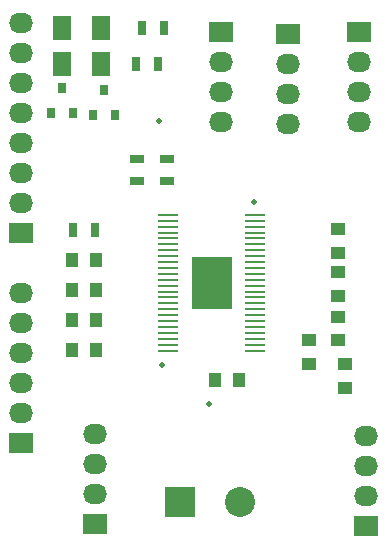
<source format=gts>
G04 #@! TF.FileFunction,Soldermask,Top*
%FSLAX46Y46*%
G04 Gerber Fmt 4.6, Leading zero omitted, Abs format (unit mm)*
G04 Created by KiCad (PCBNEW (2015-07-25 BZR 5993)-product) date Sun 30 Aug 2015 02:46:25 PM PDT*
%MOMM*%
G01*
G04 APERTURE LIST*
%ADD10C,0.100000*%
%ADD11C,0.508000*%
%ADD12R,1.676400X0.279400*%
%ADD13R,3.479800X4.419600*%
%ADD14R,1.524000X2.032000*%
%ADD15R,2.032000X1.727200*%
%ADD16O,2.032000X1.727200*%
%ADD17R,2.540000X2.540000*%
%ADD18C,2.540000*%
%ADD19R,0.797560X0.899160*%
%ADD20R,1.000000X1.250000*%
%ADD21R,1.250000X1.000000*%
%ADD22R,0.700000X1.300000*%
%ADD23R,1.300000X0.700000*%
G04 APERTURE END LIST*
D10*
D11*
X139954000Y-55880000D03*
X145542000Y-68961000D03*
X145542000Y-70104000D03*
X145542000Y-71247000D03*
X145542000Y-67945000D03*
X143256000Y-67945000D03*
X143256000Y-71247000D03*
X143256000Y-70104000D03*
X143256000Y-68961000D03*
X144399000Y-68961000D03*
X144399000Y-70104000D03*
X144399000Y-71247000D03*
X144399000Y-67945000D03*
X144190720Y-79872840D03*
X147955000Y-62738000D03*
X140208000Y-76581000D03*
D12*
X140728700Y-63846000D03*
X140728700Y-64345997D03*
X140728700Y-64845997D03*
X140728700Y-65345997D03*
X140728700Y-65845994D03*
X140728700Y-66345994D03*
X140728700Y-66845994D03*
X140728700Y-67345991D03*
X140728700Y-67845991D03*
X140728700Y-68345991D03*
X140728700Y-68845987D03*
X140728700Y-69346012D03*
X140728700Y-69845988D03*
X140728700Y-70346013D03*
X140728700Y-70846009D03*
X140728700Y-71346009D03*
X140728700Y-71846009D03*
X140728700Y-72346006D03*
X140728700Y-72846006D03*
X140728700Y-73346006D03*
X140728700Y-73846003D03*
X140728700Y-74346003D03*
X140728700Y-74846003D03*
X140728700Y-75346000D03*
X148069300Y-75346000D03*
X148069300Y-74846003D03*
X148069300Y-74346003D03*
X148069300Y-73846003D03*
X148069300Y-73346006D03*
X148069300Y-72846006D03*
X148069300Y-72346006D03*
X148069300Y-71846009D03*
X148069300Y-71346009D03*
X148069300Y-70846009D03*
X148069300Y-70346013D03*
X148069300Y-69845988D03*
X148069300Y-69346012D03*
X148069300Y-68845987D03*
X148069300Y-68345991D03*
X148069300Y-67845991D03*
X148069300Y-67345991D03*
X148069300Y-66845994D03*
X148069300Y-66345994D03*
X148069300Y-65845994D03*
X148069300Y-65345997D03*
X148069300Y-64845997D03*
X148069300Y-64345997D03*
X148069300Y-63846000D03*
D13*
X144399000Y-69596000D03*
D14*
X135001000Y-48006000D03*
X131699000Y-48006000D03*
X135001000Y-51054000D03*
X131699000Y-51054000D03*
D15*
X128270000Y-65405000D03*
D16*
X128270000Y-62865000D03*
X128270000Y-60325000D03*
X128270000Y-57785000D03*
X128270000Y-55245000D03*
X128270000Y-52705000D03*
X128270000Y-50165000D03*
X128270000Y-47625000D03*
D15*
X128270000Y-83185000D03*
D16*
X128270000Y-80645000D03*
X128270000Y-78105000D03*
X128270000Y-75565000D03*
X128270000Y-73025000D03*
X128270000Y-70485000D03*
D15*
X134493000Y-90043000D03*
D16*
X134493000Y-87503000D03*
X134493000Y-84963000D03*
X134493000Y-82423000D03*
D15*
X145161000Y-48387000D03*
D16*
X145161000Y-50927000D03*
X145161000Y-53467000D03*
X145161000Y-56007000D03*
D15*
X150876000Y-48514000D03*
D16*
X150876000Y-51054000D03*
X150876000Y-53594000D03*
X150876000Y-56134000D03*
D15*
X156845000Y-48387000D03*
D16*
X156845000Y-50927000D03*
X156845000Y-53467000D03*
X156845000Y-56007000D03*
D15*
X157480000Y-90170000D03*
D16*
X157480000Y-87630000D03*
X157480000Y-85090000D03*
X157480000Y-82550000D03*
D17*
X141732000Y-88138000D03*
D18*
X146812000Y-88138000D03*
D19*
X130749040Y-55227220D03*
X132648960Y-55227220D03*
X131699000Y-53129180D03*
X134305040Y-55354220D03*
X136204960Y-55354220D03*
X135255000Y-53256180D03*
D20*
X134604000Y-75311000D03*
X132604000Y-75311000D03*
X134604000Y-72771000D03*
X132604000Y-72771000D03*
X134604000Y-67691000D03*
X132604000Y-67691000D03*
X146669000Y-77851000D03*
X144669000Y-77851000D03*
X132604000Y-70231000D03*
X134604000Y-70231000D03*
D21*
X155702000Y-78470000D03*
X155702000Y-76470000D03*
X152654000Y-76438000D03*
X152654000Y-74438000D03*
X155092000Y-74456800D03*
X155092000Y-72456800D03*
X155067000Y-70723000D03*
X155067000Y-68723000D03*
X155067000Y-67040000D03*
X155067000Y-65040000D03*
D22*
X138496000Y-48006000D03*
X140396000Y-48006000D03*
X137988000Y-51054000D03*
X139888000Y-51054000D03*
D23*
X140589000Y-59121000D03*
X140589000Y-61021000D03*
X138049000Y-59121000D03*
X138049000Y-61021000D03*
D22*
X134554000Y-65151000D03*
X132654000Y-65151000D03*
M02*

</source>
